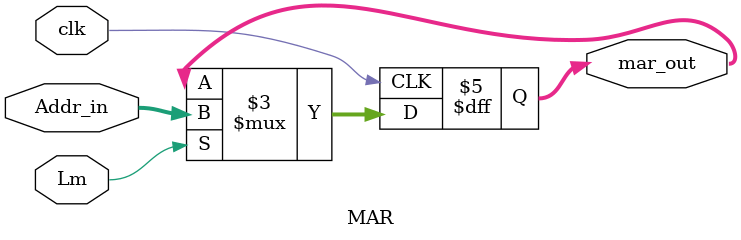
<source format=v>
module MAR(
input clk,
input [3:0] Addr_in,
input Lm, //Tells whether to load the address from the BUS (Active High signal)
output reg [3:0] mar_out
);

always @(posedge clk)
begin
    if(Lm)
        mar_out <= Addr_in;
        
    else
        mar_out <= mar_out;
end

endmodule

</source>
